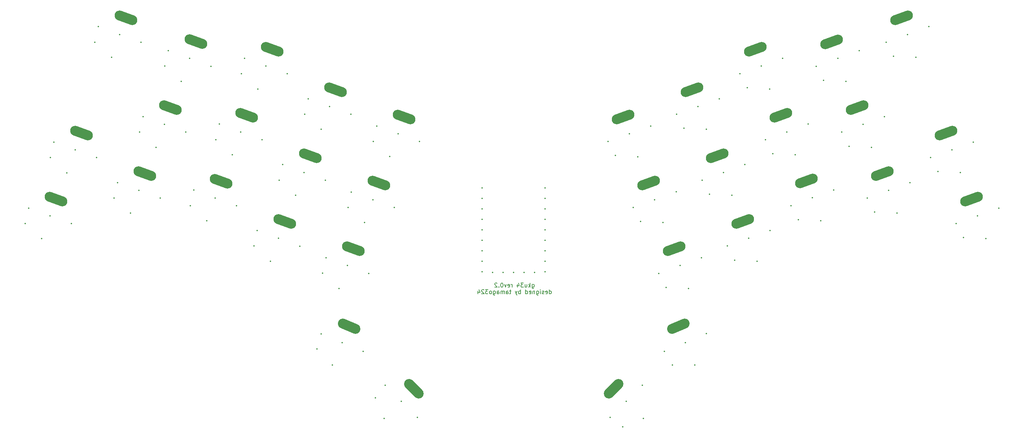
<source format=gbo>
%TF.GenerationSoftware,KiCad,Pcbnew,(6.0.11)*%
%TF.CreationDate,2023-07-21T21:31:14+09:00*%
%TF.ProjectId,gku34-bottom-plate,676b7533-342d-4626-9f74-746f6d2d706c,rev?*%
%TF.SameCoordinates,Original*%
%TF.FileFunction,Legend,Bot*%
%TF.FilePolarity,Positive*%
%FSLAX46Y46*%
G04 Gerber Fmt 4.6, Leading zero omitted, Abs format (unit mm)*
G04 Created by KiCad (PCBNEW (6.0.11)) date 2023-07-21 21:31:14*
%MOMM*%
%LPD*%
G01*
G04 APERTURE LIST*
G04 Aperture macros list*
%AMHorizOval*
0 Thick line with rounded ends*
0 $1 width*
0 $2 $3 position (X,Y) of the first rounded end (center of the circle)*
0 $4 $5 position (X,Y) of the second rounded end (center of the circle)*
0 Add line between two ends*
20,1,$1,$2,$3,$4,$5,0*
0 Add two circle primitives to create the rounded ends*
1,1,$1,$2,$3*
1,1,$1,$4,$5*%
G04 Aperture macros list end*
%ADD10C,0.200000*%
%ADD11C,0.350000*%
%ADD12HorizOval,2.399999X-1.550493X-0.564333X1.550493X0.564333X0*%
%ADD13HorizOval,2.399999X-1.550493X0.564333X1.550493X-0.564333X0*%
%ADD14HorizOval,2.399999X-1.166726X-1.166726X1.166726X1.166726X0*%
%ADD15HorizOval,2.399999X-1.166726X1.166726X1.166726X-1.166726X0*%
%ADD16HorizOval,2.399999X-1.518833X0.644706X1.518833X-0.644706X0*%
%ADD17HorizOval,2.399999X-1.518833X-0.644706X1.518833X0.644706X0*%
G04 APERTURE END LIST*
D10*
X143985714Y-89658714D02*
X143985714Y-90468238D01*
X144033333Y-90563476D01*
X144080952Y-90611095D01*
X144176190Y-90658714D01*
X144319047Y-90658714D01*
X144414285Y-90611095D01*
X143985714Y-90277761D02*
X144080952Y-90325380D01*
X144271428Y-90325380D01*
X144366666Y-90277761D01*
X144414285Y-90230142D01*
X144461904Y-90134904D01*
X144461904Y-89849190D01*
X144414285Y-89753952D01*
X144366666Y-89706333D01*
X144271428Y-89658714D01*
X144080952Y-89658714D01*
X143985714Y-89706333D01*
X143509523Y-90325380D02*
X143509523Y-89325380D01*
X143414285Y-89944428D02*
X143128571Y-90325380D01*
X143128571Y-89658714D02*
X143509523Y-90039666D01*
X142271428Y-89658714D02*
X142271428Y-90325380D01*
X142700000Y-89658714D02*
X142700000Y-90182523D01*
X142652380Y-90277761D01*
X142557142Y-90325380D01*
X142414285Y-90325380D01*
X142319047Y-90277761D01*
X142271428Y-90230142D01*
X141890476Y-89325380D02*
X141271428Y-89325380D01*
X141604761Y-89706333D01*
X141461904Y-89706333D01*
X141366666Y-89753952D01*
X141319047Y-89801571D01*
X141271428Y-89896809D01*
X141271428Y-90134904D01*
X141319047Y-90230142D01*
X141366666Y-90277761D01*
X141461904Y-90325380D01*
X141747619Y-90325380D01*
X141842857Y-90277761D01*
X141890476Y-90230142D01*
X140414285Y-89658714D02*
X140414285Y-90325380D01*
X140652380Y-89277761D02*
X140890476Y-89992047D01*
X140271428Y-89992047D01*
X139128571Y-90325380D02*
X139128571Y-89658714D01*
X139128571Y-89849190D02*
X139080952Y-89753952D01*
X139033333Y-89706333D01*
X138938095Y-89658714D01*
X138842857Y-89658714D01*
X138128571Y-90277761D02*
X138223809Y-90325380D01*
X138414285Y-90325380D01*
X138509523Y-90277761D01*
X138557142Y-90182523D01*
X138557142Y-89801571D01*
X138509523Y-89706333D01*
X138414285Y-89658714D01*
X138223809Y-89658714D01*
X138128571Y-89706333D01*
X138080952Y-89801571D01*
X138080952Y-89896809D01*
X138557142Y-89992047D01*
X137747619Y-89658714D02*
X137509523Y-90325380D01*
X137271428Y-89658714D01*
X136700000Y-89325380D02*
X136604761Y-89325380D01*
X136509523Y-89373000D01*
X136461904Y-89420619D01*
X136414285Y-89515857D01*
X136366666Y-89706333D01*
X136366666Y-89944428D01*
X136414285Y-90134904D01*
X136461904Y-90230142D01*
X136509523Y-90277761D01*
X136604761Y-90325380D01*
X136700000Y-90325380D01*
X136795238Y-90277761D01*
X136842857Y-90230142D01*
X136890476Y-90134904D01*
X136938095Y-89944428D01*
X136938095Y-89706333D01*
X136890476Y-89515857D01*
X136842857Y-89420619D01*
X136795238Y-89373000D01*
X136700000Y-89325380D01*
X135938095Y-90230142D02*
X135890476Y-90277761D01*
X135938095Y-90325380D01*
X135985714Y-90277761D01*
X135938095Y-90230142D01*
X135938095Y-90325380D01*
X135509523Y-89420619D02*
X135461904Y-89373000D01*
X135366666Y-89325380D01*
X135128571Y-89325380D01*
X135033333Y-89373000D01*
X134985714Y-89420619D01*
X134938095Y-89515857D01*
X134938095Y-89611095D01*
X134985714Y-89753952D01*
X135557142Y-90325380D01*
X134938095Y-90325380D01*
X148128571Y-91935380D02*
X148128571Y-90935380D01*
X148128571Y-91887761D02*
X148223809Y-91935380D01*
X148414285Y-91935380D01*
X148509523Y-91887761D01*
X148557142Y-91840142D01*
X148604761Y-91744904D01*
X148604761Y-91459190D01*
X148557142Y-91363952D01*
X148509523Y-91316333D01*
X148414285Y-91268714D01*
X148223809Y-91268714D01*
X148128571Y-91316333D01*
X147271428Y-91887761D02*
X147366666Y-91935380D01*
X147557142Y-91935380D01*
X147652380Y-91887761D01*
X147700000Y-91792523D01*
X147700000Y-91411571D01*
X147652380Y-91316333D01*
X147557142Y-91268714D01*
X147366666Y-91268714D01*
X147271428Y-91316333D01*
X147223809Y-91411571D01*
X147223809Y-91506809D01*
X147700000Y-91602047D01*
X146842857Y-91887761D02*
X146747619Y-91935380D01*
X146557142Y-91935380D01*
X146461904Y-91887761D01*
X146414285Y-91792523D01*
X146414285Y-91744904D01*
X146461904Y-91649666D01*
X146557142Y-91602047D01*
X146700000Y-91602047D01*
X146795238Y-91554428D01*
X146842857Y-91459190D01*
X146842857Y-91411571D01*
X146795238Y-91316333D01*
X146700000Y-91268714D01*
X146557142Y-91268714D01*
X146461904Y-91316333D01*
X145985714Y-91935380D02*
X145985714Y-91268714D01*
X145985714Y-90935380D02*
X146033333Y-90983000D01*
X145985714Y-91030619D01*
X145938095Y-90983000D01*
X145985714Y-90935380D01*
X145985714Y-91030619D01*
X145080952Y-91268714D02*
X145080952Y-92078238D01*
X145128571Y-92173476D01*
X145176190Y-92221095D01*
X145271428Y-92268714D01*
X145414285Y-92268714D01*
X145509523Y-92221095D01*
X145080952Y-91887761D02*
X145176190Y-91935380D01*
X145366666Y-91935380D01*
X145461904Y-91887761D01*
X145509523Y-91840142D01*
X145557142Y-91744904D01*
X145557142Y-91459190D01*
X145509523Y-91363952D01*
X145461904Y-91316333D01*
X145366666Y-91268714D01*
X145176190Y-91268714D01*
X145080952Y-91316333D01*
X144604761Y-91268714D02*
X144604761Y-91935380D01*
X144604761Y-91363952D02*
X144557142Y-91316333D01*
X144461904Y-91268714D01*
X144319047Y-91268714D01*
X144223809Y-91316333D01*
X144176190Y-91411571D01*
X144176190Y-91935380D01*
X143319047Y-91887761D02*
X143414285Y-91935380D01*
X143604761Y-91935380D01*
X143700000Y-91887761D01*
X143747619Y-91792523D01*
X143747619Y-91411571D01*
X143700000Y-91316333D01*
X143604761Y-91268714D01*
X143414285Y-91268714D01*
X143319047Y-91316333D01*
X143271428Y-91411571D01*
X143271428Y-91506809D01*
X143747619Y-91602047D01*
X142414285Y-91935380D02*
X142414285Y-90935380D01*
X142414285Y-91887761D02*
X142509523Y-91935380D01*
X142700000Y-91935380D01*
X142795238Y-91887761D01*
X142842857Y-91840142D01*
X142890476Y-91744904D01*
X142890476Y-91459190D01*
X142842857Y-91363952D01*
X142795238Y-91316333D01*
X142700000Y-91268714D01*
X142509523Y-91268714D01*
X142414285Y-91316333D01*
X141176190Y-91935380D02*
X141176190Y-90935380D01*
X141176190Y-91316333D02*
X141080952Y-91268714D01*
X140890476Y-91268714D01*
X140795238Y-91316333D01*
X140747619Y-91363952D01*
X140700000Y-91459190D01*
X140700000Y-91744904D01*
X140747619Y-91840142D01*
X140795238Y-91887761D01*
X140890476Y-91935380D01*
X141080952Y-91935380D01*
X141176190Y-91887761D01*
X140366666Y-91268714D02*
X140128571Y-91935380D01*
X139890476Y-91268714D02*
X140128571Y-91935380D01*
X140223809Y-92173476D01*
X140271428Y-92221095D01*
X140366666Y-92268714D01*
X138890476Y-91268714D02*
X138509523Y-91268714D01*
X138747619Y-90935380D02*
X138747619Y-91792523D01*
X138700000Y-91887761D01*
X138604761Y-91935380D01*
X138509523Y-91935380D01*
X137747619Y-91935380D02*
X137747619Y-91411571D01*
X137795238Y-91316333D01*
X137890476Y-91268714D01*
X138080952Y-91268714D01*
X138176190Y-91316333D01*
X137747619Y-91887761D02*
X137842857Y-91935380D01*
X138080952Y-91935380D01*
X138176190Y-91887761D01*
X138223809Y-91792523D01*
X138223809Y-91697285D01*
X138176190Y-91602047D01*
X138080952Y-91554428D01*
X137842857Y-91554428D01*
X137747619Y-91506809D01*
X137271428Y-91935380D02*
X137271428Y-91268714D01*
X137271428Y-91363952D02*
X137223809Y-91316333D01*
X137128571Y-91268714D01*
X136985714Y-91268714D01*
X136890476Y-91316333D01*
X136842857Y-91411571D01*
X136842857Y-91935380D01*
X136842857Y-91411571D02*
X136795238Y-91316333D01*
X136700000Y-91268714D01*
X136557142Y-91268714D01*
X136461904Y-91316333D01*
X136414285Y-91411571D01*
X136414285Y-91935380D01*
X135509523Y-91935380D02*
X135509523Y-91411571D01*
X135557142Y-91316333D01*
X135652380Y-91268714D01*
X135842857Y-91268714D01*
X135938095Y-91316333D01*
X135509523Y-91887761D02*
X135604761Y-91935380D01*
X135842857Y-91935380D01*
X135938095Y-91887761D01*
X135985714Y-91792523D01*
X135985714Y-91697285D01*
X135938095Y-91602047D01*
X135842857Y-91554428D01*
X135604761Y-91554428D01*
X135509523Y-91506809D01*
X134604761Y-91268714D02*
X134604761Y-92078238D01*
X134652380Y-92173476D01*
X134700000Y-92221095D01*
X134795238Y-92268714D01*
X134938095Y-92268714D01*
X135033333Y-92221095D01*
X134604761Y-91887761D02*
X134700000Y-91935380D01*
X134890476Y-91935380D01*
X134985714Y-91887761D01*
X135033333Y-91840142D01*
X135080952Y-91744904D01*
X135080952Y-91459190D01*
X135033333Y-91363952D01*
X134985714Y-91316333D01*
X134890476Y-91268714D01*
X134700000Y-91268714D01*
X134604761Y-91316333D01*
X133985714Y-91935380D02*
X134080952Y-91887761D01*
X134128571Y-91840142D01*
X134176190Y-91744904D01*
X134176190Y-91459190D01*
X134128571Y-91363952D01*
X134080952Y-91316333D01*
X133985714Y-91268714D01*
X133842857Y-91268714D01*
X133747619Y-91316333D01*
X133700000Y-91363952D01*
X133652380Y-91459190D01*
X133652380Y-91744904D01*
X133700000Y-91840142D01*
X133747619Y-91887761D01*
X133842857Y-91935380D01*
X133985714Y-91935380D01*
X133319047Y-90935380D02*
X132700000Y-90935380D01*
X133033333Y-91316333D01*
X132890476Y-91316333D01*
X132795238Y-91363952D01*
X132747619Y-91411571D01*
X132700000Y-91506809D01*
X132700000Y-91744904D01*
X132747619Y-91840142D01*
X132795238Y-91887761D01*
X132890476Y-91935380D01*
X133176190Y-91935380D01*
X133271428Y-91887761D01*
X133319047Y-91840142D01*
X132319047Y-91030619D02*
X132271428Y-90983000D01*
X132176190Y-90935380D01*
X131938095Y-90935380D01*
X131842857Y-90983000D01*
X131795238Y-91030619D01*
X131747619Y-91125857D01*
X131747619Y-91221095D01*
X131795238Y-91363952D01*
X132366666Y-91935380D01*
X131747619Y-91935380D01*
X130890476Y-91268714D02*
X130890476Y-91935380D01*
X131128571Y-90887761D02*
X131366666Y-91602047D01*
X130747619Y-91602047D01*
D11*
X201494762Y-42271779D03*
X204645152Y-34846482D03*
D12*
X198000000Y-32670000D03*
D11*
X194308534Y-38608704D03*
X199476843Y-36727593D03*
X196078056Y-42008526D03*
X72428309Y-70571111D03*
D13*
X68736843Y-64632407D03*
D11*
X61261860Y-70550731D03*
X67260000Y-68690000D03*
X65242081Y-74234186D03*
X62091691Y-66808889D03*
X147125000Y-84025000D03*
X147125000Y-81485000D03*
X131885000Y-66245000D03*
X144585000Y-86768200D03*
X134425000Y-86768200D03*
X147125000Y-76405000D03*
X147125000Y-86565000D03*
X131885000Y-68785000D03*
X139505000Y-86768200D03*
X147125000Y-68785000D03*
X131885000Y-84025000D03*
X131885000Y-71325000D03*
X131885000Y-76405000D03*
X147125000Y-73865000D03*
X131885000Y-86565000D03*
X147125000Y-78945000D03*
X136965000Y-86768200D03*
X131885000Y-73865000D03*
X131885000Y-78945000D03*
X147125000Y-71325000D03*
X131885000Y-81485000D03*
X142045000Y-86768200D03*
X147125000Y-66245000D03*
X67421860Y-54550731D03*
X68251691Y-50808889D03*
X78588309Y-54571111D03*
X71402081Y-58234186D03*
X73420000Y-52690000D03*
D13*
X74896843Y-48632407D03*
D11*
X111560000Y-53150000D03*
X109542081Y-58694186D03*
X105561860Y-55010731D03*
X116728309Y-55031111D03*
D13*
X113036843Y-49092407D03*
D11*
X106391691Y-51268889D03*
X223108309Y-33018889D03*
X219957919Y-40444186D03*
D12*
X216463157Y-30842407D03*
D11*
X217940000Y-34900000D03*
X214541213Y-40180933D03*
X212771691Y-36781111D03*
X43641691Y-64978889D03*
X46792081Y-72404186D03*
D13*
X50286843Y-62802407D03*
D11*
X42811860Y-68720731D03*
X48810000Y-66860000D03*
X53978309Y-68741111D03*
X110588309Y-71021111D03*
X100251691Y-67258889D03*
X99421860Y-71000731D03*
X103402081Y-74684186D03*
D13*
X106896843Y-65082407D03*
D11*
X105420000Y-69140000D03*
X229681691Y-30961111D03*
D12*
X233373157Y-25022407D03*
D11*
X240018309Y-27198889D03*
X236867919Y-34624186D03*
X234850000Y-29080000D03*
X231451213Y-34360933D03*
D13*
X62590000Y-30840000D03*
D11*
X55944848Y-33016482D03*
X66281466Y-36778704D03*
X61113157Y-34897593D03*
X55115017Y-36758324D03*
X59095238Y-40441779D03*
X166750000Y-117970000D03*
X170639087Y-114080913D03*
X162860913Y-121859087D03*
X170921930Y-122141930D03*
X165901472Y-124192540D03*
D14*
X163696713Y-114916713D03*
D11*
X201578309Y-76598889D03*
X198427919Y-84024186D03*
X191241691Y-80361111D03*
D12*
X194933157Y-74422407D03*
D11*
X196410000Y-78480000D03*
X193011213Y-83760933D03*
D12*
X250310000Y-68970000D03*
D11*
X248388056Y-78308526D03*
X253804762Y-78571779D03*
X256955152Y-71146482D03*
X251786843Y-73027593D03*
X246618534Y-74908704D03*
D12*
X228773157Y-62802407D03*
D11*
X230250000Y-66860000D03*
X226851213Y-72140933D03*
X235418309Y-64978889D03*
X225081691Y-68741111D03*
X232267919Y-72404186D03*
X82630000Y-78500000D03*
X76631860Y-80360731D03*
X87798309Y-80381111D03*
X77461691Y-76618889D03*
D13*
X84106843Y-74442407D03*
D11*
X80612081Y-84044186D03*
X202242904Y-57982044D03*
X205641691Y-52701111D03*
X207659610Y-58245297D03*
X200473382Y-54582222D03*
X210810000Y-50820000D03*
D12*
X204164848Y-48643518D03*
D11*
X52962081Y-56414186D03*
X60148309Y-52751111D03*
D13*
X56456843Y-46812407D03*
D11*
X48981860Y-52730731D03*
X49811691Y-48988889D03*
X54980000Y-50870000D03*
X184116843Y-46537593D03*
X189285152Y-44656482D03*
X180718056Y-51818526D03*
X186134762Y-52081779D03*
D12*
X182640000Y-42480000D03*
D11*
X178948534Y-48418704D03*
X25262081Y-78574186D03*
X21281860Y-74890731D03*
X27280000Y-73030000D03*
X32448309Y-74911111D03*
X22111691Y-71148889D03*
D13*
X28756843Y-68972407D03*
D11*
X216978309Y-66788889D03*
X208411213Y-73950933D03*
X206641691Y-70551111D03*
D12*
X210333157Y-64612407D03*
D11*
X213827919Y-74214186D03*
X211810000Y-68670000D03*
X93245017Y-86958324D03*
X94074848Y-83216482D03*
X97225238Y-90641779D03*
D13*
X100720000Y-81040000D03*
D11*
X104411466Y-86978704D03*
X99243157Y-85097593D03*
X173656843Y-69127593D03*
D12*
X172180000Y-65070000D03*
D11*
X170258056Y-74408526D03*
X168488534Y-71008704D03*
X178825152Y-67246482D03*
X175674762Y-74671779D03*
D15*
X115363287Y-114916713D03*
D11*
X106087460Y-117121472D03*
X116199087Y-121859087D03*
X112310000Y-117970000D03*
X108420913Y-114080913D03*
X108138070Y-122141930D03*
X95679426Y-109208156D03*
X91897437Y-105321440D03*
X103047517Y-105926198D03*
X97984740Y-103777177D03*
D16*
X99671917Y-99802437D03*
D11*
X92921963Y-101628156D03*
X162328534Y-55038704D03*
X167496843Y-53157593D03*
X164098056Y-58438526D03*
D12*
X166020000Y-49100000D03*
D11*
X172665152Y-51276482D03*
X169514762Y-58701779D03*
X88790000Y-62520000D03*
X83621691Y-60638889D03*
D13*
X90266843Y-58462407D03*
D11*
X93958309Y-64401111D03*
X82791860Y-64380731D03*
X86772081Y-68064186D03*
X229265152Y-49006482D03*
X220698056Y-56168526D03*
X224096843Y-50887593D03*
X226114762Y-56431779D03*
X218928534Y-52768704D03*
D12*
X222620000Y-46830000D03*
D11*
X176017223Y-105919021D03*
X181080000Y-103770000D03*
X186142777Y-101620979D03*
D17*
X179392823Y-99795260D03*
D11*
X177962254Y-109221574D03*
X183385314Y-109200979D03*
X49358309Y-30961111D03*
X42172081Y-34624186D03*
D13*
X45666843Y-25022407D03*
D11*
X38191860Y-30940731D03*
X39021691Y-27198889D03*
X44190000Y-29080000D03*
D12*
X188793157Y-58452407D03*
D11*
X190270000Y-62510000D03*
X186871213Y-67790933D03*
X195438309Y-60628889D03*
X192287919Y-68054186D03*
X185101691Y-64391111D03*
D13*
X81066843Y-32682407D03*
D11*
X79590000Y-36740000D03*
X74421691Y-34858889D03*
X84758309Y-38621111D03*
X77572081Y-42284186D03*
X73591860Y-38600731D03*
X184985152Y-83216482D03*
X179816843Y-85097593D03*
X181834762Y-90641779D03*
X176418056Y-90378526D03*
X174648534Y-86978704D03*
D12*
X178340000Y-81040000D03*
X244140000Y-52980000D03*
D11*
X242218056Y-62318526D03*
X245616843Y-57037593D03*
X240448534Y-58918704D03*
X250785152Y-55156482D03*
X247634762Y-62581779D03*
X88951860Y-48390731D03*
X92932081Y-52074186D03*
X94950000Y-46530000D03*
D13*
X96426843Y-42472407D03*
D11*
X89781691Y-44648889D03*
X100118309Y-48411111D03*
X28264848Y-55166482D03*
X38601466Y-58928704D03*
X31415238Y-62591779D03*
X33433157Y-57047593D03*
X27435017Y-58908324D03*
D13*
X34910000Y-52990000D03*
M02*

</source>
